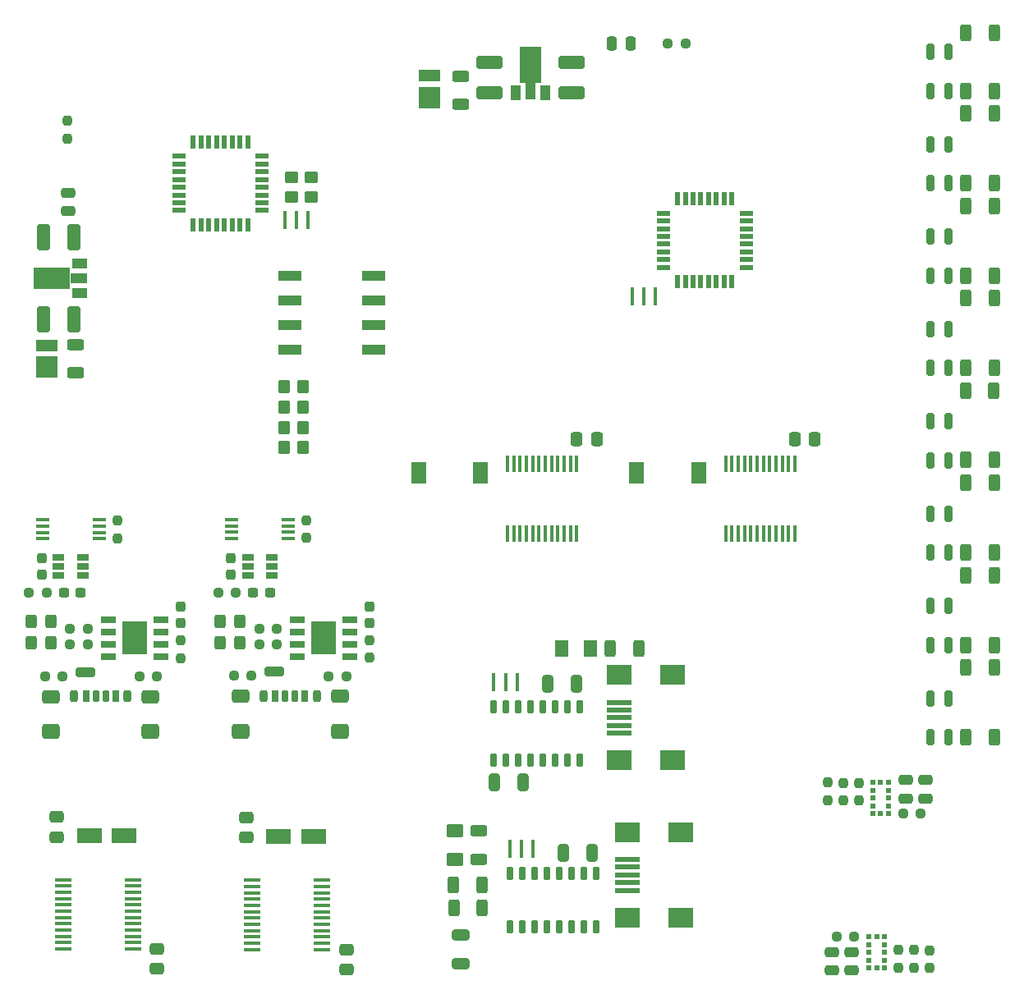
<source format=gbr>
%TF.GenerationSoftware,KiCad,Pcbnew,7.0.8*%
%TF.CreationDate,2024-03-05T23:25:32+02:00*%
%TF.ProjectId,JLC4_RoboChalangeBoards,4a4c4334-5f52-46f6-926f-4368616c616e,rev?*%
%TF.SameCoordinates,Original*%
%TF.FileFunction,Paste,Top*%
%TF.FilePolarity,Positive*%
%FSLAX46Y46*%
G04 Gerber Fmt 4.6, Leading zero omitted, Abs format (unit mm)*
G04 Created by KiCad (PCBNEW 7.0.8) date 2024-03-05 23:25:32*
%MOMM*%
%LPD*%
G01*
G04 APERTURE LIST*
G04 Aperture macros list*
%AMRoundRect*
0 Rectangle with rounded corners*
0 $1 Rounding radius*
0 $2 $3 $4 $5 $6 $7 $8 $9 X,Y pos of 4 corners*
0 Add a 4 corners polygon primitive as box body*
4,1,4,$2,$3,$4,$5,$6,$7,$8,$9,$2,$3,0*
0 Add four circle primitives for the rounded corners*
1,1,$1+$1,$2,$3*
1,1,$1+$1,$4,$5*
1,1,$1+$1,$6,$7*
1,1,$1+$1,$8,$9*
0 Add four rect primitives between the rounded corners*
20,1,$1+$1,$2,$3,$4,$5,0*
20,1,$1+$1,$4,$5,$6,$7,0*
20,1,$1+$1,$6,$7,$8,$9,0*
20,1,$1+$1,$8,$9,$2,$3,0*%
G04 Aperture macros list end*
%ADD10RoundRect,0.250000X-0.350000X-0.450000X0.350000X-0.450000X0.350000X0.450000X-0.350000X0.450000X0*%
%ADD11R,0.400000X1.900000*%
%ADD12RoundRect,0.250000X-0.750000X0.250000X-0.750000X-0.250000X0.750000X-0.250000X0.750000X0.250000X0*%
%ADD13R,1.750000X0.450000*%
%ADD14R,1.200000X0.650000*%
%ADD15RoundRect,0.250000X0.325000X0.450000X-0.325000X0.450000X-0.325000X-0.450000X0.325000X-0.450000X0*%
%ADD16R,0.508000X1.422400*%
%ADD17R,1.422400X0.508000*%
%ADD18RoundRect,0.250000X-0.450000X0.350000X-0.450000X-0.350000X0.450000X-0.350000X0.450000X0.350000X0*%
%ADD19RoundRect,0.250000X1.100000X-0.412500X1.100000X0.412500X-1.100000X0.412500X-1.100000X-0.412500X0*%
%ADD20RoundRect,0.250001X0.462499X0.624999X-0.462499X0.624999X-0.462499X-0.624999X0.462499X-0.624999X0*%
%ADD21RoundRect,0.250000X0.312500X0.625000X-0.312500X0.625000X-0.312500X-0.625000X0.312500X-0.625000X0*%
%ADD22RoundRect,0.250000X-0.625000X0.312500X-0.625000X-0.312500X0.625000X-0.312500X0.625000X0.312500X0*%
%ADD23R,1.000000X1.500000*%
%ADD24R,2.200000X3.700000*%
%ADD25R,1.000000X1.800000*%
%ADD26RoundRect,0.237500X-0.237500X0.250000X-0.237500X-0.250000X0.237500X-0.250000X0.237500X0.250000X0*%
%ADD27RoundRect,0.237500X0.237500X-0.250000X0.237500X0.250000X-0.237500X0.250000X-0.237500X-0.250000X0*%
%ADD28R,1.475000X0.450000*%
%ADD29RoundRect,0.250000X-0.312500X-0.625000X0.312500X-0.625000X0.312500X0.625000X-0.312500X0.625000X0*%
%ADD30RoundRect,0.250000X0.475000X-0.337500X0.475000X0.337500X-0.475000X0.337500X-0.475000X-0.337500X0*%
%ADD31RoundRect,0.237500X-0.250000X-0.237500X0.250000X-0.237500X0.250000X0.237500X-0.250000X0.237500X0*%
%ADD32RoundRect,0.250000X-0.325000X-0.650000X0.325000X-0.650000X0.325000X0.650000X-0.325000X0.650000X0*%
%ADD33RoundRect,0.250000X0.325000X0.650000X-0.325000X0.650000X-0.325000X-0.650000X0.325000X-0.650000X0*%
%ADD34R,1.500000X2.200000*%
%ADD35R,1.500000X1.000000*%
%ADD36R,3.700000X2.200000*%
%ADD37R,1.800000X1.000000*%
%ADD38RoundRect,0.250000X1.050000X0.550000X-1.050000X0.550000X-1.050000X-0.550000X1.050000X-0.550000X0*%
%ADD39RoundRect,0.250000X0.475000X-0.250000X0.475000X0.250000X-0.475000X0.250000X-0.475000X-0.250000X0*%
%ADD40R,2.200000X2.200000*%
%ADD41R,2.200000X1.250000*%
%ADD42RoundRect,0.237500X-0.300000X-0.237500X0.300000X-0.237500X0.300000X0.237500X-0.300000X0.237500X0*%
%ADD43R,2.500000X0.500000*%
%ADD44R,2.500000X2.000000*%
%ADD45RoundRect,0.250000X-0.250000X-0.475000X0.250000X-0.475000X0.250000X0.475000X-0.250000X0.475000X0*%
%ADD46RoundRect,0.250000X-0.337500X-0.475000X0.337500X-0.475000X0.337500X0.475000X-0.337500X0.475000X0*%
%ADD47R,2.440000X1.120000*%
%ADD48R,0.450000X1.750000*%
%ADD49RoundRect,0.250000X-0.475000X0.337500X-0.475000X-0.337500X0.475000X-0.337500X0.475000X0.337500X0*%
%ADD50RoundRect,0.250000X0.412500X1.100000X-0.412500X1.100000X-0.412500X-1.100000X0.412500X-1.100000X0*%
%ADD51RoundRect,0.197500X0.197500X0.632500X-0.197500X0.632500X-0.197500X-0.632500X0.197500X-0.632500X0*%
%ADD52RoundRect,0.049600X-0.260400X0.605400X-0.260400X-0.605400X0.260400X-0.605400X0.260400X0.605400X0*%
%ADD53RoundRect,0.250000X-0.475000X0.250000X-0.475000X-0.250000X0.475000X-0.250000X0.475000X0.250000X0*%
%ADD54RoundRect,0.250000X0.650000X-0.325000X0.650000X0.325000X-0.650000X0.325000X-0.650000X-0.325000X0*%
%ADD55RoundRect,0.237500X-0.237500X0.300000X-0.237500X-0.300000X0.237500X-0.300000X0.237500X0.300000X0*%
%ADD56RoundRect,0.250000X-0.412500X-1.100000X0.412500X-1.100000X0.412500X1.100000X-0.412500X1.100000X0*%
%ADD57RoundRect,0.175000X-0.175000X-0.425000X0.175000X-0.425000X0.175000X0.425000X-0.175000X0.425000X0*%
%ADD58RoundRect,0.190000X0.190000X0.410000X-0.190000X0.410000X-0.190000X-0.410000X0.190000X-0.410000X0*%
%ADD59RoundRect,0.200000X0.200000X0.400000X-0.200000X0.400000X-0.200000X-0.400000X0.200000X-0.400000X0*%
%ADD60RoundRect,0.175000X0.175000X0.425000X-0.175000X0.425000X-0.175000X-0.425000X0.175000X-0.425000X0*%
%ADD61RoundRect,0.190000X-0.190000X-0.410000X0.190000X-0.410000X0.190000X0.410000X-0.190000X0.410000X0*%
%ADD62RoundRect,0.200000X-0.200000X-0.400000X0.200000X-0.400000X0.200000X0.400000X-0.200000X0.400000X0*%
%ADD63RoundRect,0.250000X-0.650000X-0.425000X0.650000X-0.425000X0.650000X0.425000X-0.650000X0.425000X0*%
%ADD64RoundRect,0.250000X-0.650000X-0.500000X0.650000X-0.500000X0.650000X0.500000X-0.650000X0.500000X0*%
%ADD65R,1.525000X0.700000*%
%ADD66R,2.513000X3.402000*%
%ADD67RoundRect,0.237500X0.250000X0.237500X-0.250000X0.237500X-0.250000X-0.237500X0.250000X-0.237500X0*%
%ADD68RoundRect,0.250001X0.624999X-0.462499X0.624999X0.462499X-0.624999X0.462499X-0.624999X-0.462499X0*%
%ADD69R,0.500000X0.500000*%
%ADD70RoundRect,0.250000X0.625000X-0.312500X0.625000X0.312500X-0.625000X0.312500X-0.625000X-0.312500X0*%
G04 APERTURE END LIST*
D10*
%TO.C,R7*%
X67130000Y-96540000D03*
X69130000Y-96540000D03*
%TD*%
D11*
%TO.C,Y1*%
X103035000Y-80922800D03*
X104235000Y-80922800D03*
X105435000Y-80922800D03*
%TD*%
D12*
%TO.C,VCC*%
X46690000Y-119690000D03*
%TD*%
D13*
%TO.C,U2*%
X63897600Y-141166000D03*
X63897600Y-141816000D03*
X63897600Y-142466000D03*
X63897600Y-143116000D03*
X63897600Y-143766000D03*
X63897600Y-144416000D03*
X63897600Y-145066000D03*
X63897600Y-145716000D03*
X63897600Y-146366000D03*
X63897600Y-147016000D03*
X63897600Y-147666000D03*
X63897600Y-148316000D03*
X71097600Y-148316000D03*
X71097600Y-147666000D03*
X71097600Y-147016000D03*
X71097600Y-146366000D03*
X71097600Y-145716000D03*
X71097600Y-145066000D03*
X71097600Y-144416000D03*
X71097600Y-143766000D03*
X71097600Y-143116000D03*
X71097600Y-142466000D03*
X71097600Y-141816000D03*
X71097600Y-141166000D03*
%TD*%
D14*
%TO.C,U3*%
X46420000Y-109770000D03*
X46420000Y-108820000D03*
X46420000Y-107870000D03*
X43920000Y-107870000D03*
X43920000Y-108820000D03*
X43920000Y-109770000D03*
%TD*%
D15*
%TO.C,D1*%
X62620000Y-116680000D03*
X60570000Y-116680000D03*
%TD*%
D16*
%TO.C,U1*%
X57807201Y-73565000D03*
X58607199Y-73565000D03*
X59407200Y-73565000D03*
X60207201Y-73565000D03*
X61007199Y-73565000D03*
X61807200Y-73565000D03*
X62607199Y-73565000D03*
X63407199Y-73565000D03*
D17*
X64874400Y-72097799D03*
X64874400Y-71297801D03*
X64874400Y-70497800D03*
X64874400Y-69697799D03*
X64874400Y-68897801D03*
X64874400Y-68097800D03*
X64874400Y-67297801D03*
X64874400Y-66497801D03*
D16*
X63407199Y-65030600D03*
X62607201Y-65030600D03*
X61807200Y-65030600D03*
X61007199Y-65030600D03*
X60207201Y-65030600D03*
X59407200Y-65030600D03*
X58607201Y-65030600D03*
X57807201Y-65030600D03*
D17*
X56340000Y-66497801D03*
X56340000Y-67297799D03*
X56340000Y-68097800D03*
X56340000Y-68897801D03*
X56340000Y-69697799D03*
X56340000Y-70497800D03*
X56340000Y-71297799D03*
X56340000Y-72097799D03*
%TD*%
D15*
%TO.C,D2*%
X43122000Y-114515000D03*
X41072000Y-114515000D03*
%TD*%
D18*
%TO.C,R11*%
X67930000Y-68680000D03*
X67930000Y-70680000D03*
%TD*%
D15*
%TO.C,D2*%
X62620000Y-114500000D03*
X60570000Y-114500000D03*
%TD*%
D19*
%TO.C,C3*%
X88330000Y-59925000D03*
X88330000Y-56800000D03*
%TD*%
D20*
%TO.C,LED*%
X98762500Y-117265000D03*
X95787500Y-117265000D03*
%TD*%
D21*
%TO.C,R15*%
X140371250Y-119230000D03*
X137446250Y-119230000D03*
%TD*%
%TO.C,R7*%
X140371250Y-100155000D03*
X137446250Y-100155000D03*
%TD*%
D22*
%TO.C,R1*%
X45657800Y-85927200D03*
X45657800Y-88852200D03*
%TD*%
D23*
%TO.C,U2*%
X91060000Y-59940000D03*
D24*
X92560000Y-57040000D03*
D25*
X92560000Y-59790000D03*
D23*
X94060000Y-59940000D03*
%TD*%
D11*
%TO.C,Y1*%
X69640000Y-73080000D03*
X68440000Y-73080000D03*
X67240000Y-73080000D03*
%TD*%
D19*
%TO.C,C2*%
X96810000Y-59925000D03*
X96810000Y-56800000D03*
%TD*%
D11*
%TO.C,12MHz*%
X88795000Y-120745000D03*
X89995000Y-120745000D03*
X91195000Y-120745000D03*
%TD*%
D26*
%TO.C,R2*%
X126450000Y-131125000D03*
X126450000Y-132950000D03*
%TD*%
D27*
%TO.C,R20*%
X49990000Y-105892500D03*
X49990000Y-104067500D03*
%TD*%
D28*
%TO.C,U2*%
X61750000Y-103990000D03*
X61750000Y-104640000D03*
X61750000Y-105290000D03*
X61750000Y-105940000D03*
X67626000Y-105940000D03*
X67626000Y-105290000D03*
X67626000Y-104640000D03*
X67626000Y-103990000D03*
%TD*%
D29*
%TO.C,R2*%
X84637500Y-141655000D03*
X87562500Y-141655000D03*
%TD*%
D30*
%TO.C,C4*%
X43750000Y-136717500D03*
X43750000Y-134642500D03*
%TD*%
D31*
%TO.C,R1*%
X45109500Y-116865000D03*
X46934500Y-116865000D03*
%TD*%
D32*
%TO.C,C4*%
X95945000Y-138335000D03*
X98895000Y-138335000D03*
%TD*%
D33*
%TO.C,100nF*%
X97270000Y-120945000D03*
X94320000Y-120945000D03*
%TD*%
D18*
%TO.C,R12*%
X69940000Y-68680000D03*
X69940000Y-70680000D03*
%TD*%
D34*
%TO.C,L1*%
X81030000Y-99190000D03*
X87430000Y-99190000D03*
%TD*%
D31*
%TO.C,R4*%
X124117500Y-147010000D03*
X125942500Y-147010000D03*
%TD*%
D21*
%TO.C,R6*%
X140371250Y-69280000D03*
X137446250Y-69280000D03*
%TD*%
D35*
%TO.C,U2*%
X46128750Y-80590000D03*
D36*
X43228750Y-79090000D03*
D37*
X45978750Y-79090000D03*
D35*
X46128750Y-77590000D03*
%TD*%
D21*
%TO.C,R11*%
X140371250Y-109705000D03*
X137446250Y-109705000D03*
%TD*%
D29*
%TO.C,R3*%
X84657500Y-143985000D03*
X87582500Y-143985000D03*
%TD*%
D38*
%TO.C,C3*%
X70187600Y-136656000D03*
X66587600Y-136656000D03*
%TD*%
D39*
%TO.C,C3*%
X44895000Y-72140000D03*
X44895000Y-70240000D03*
%TD*%
D40*
%TO.C,D1*%
X82185000Y-60490000D03*
D41*
X82185000Y-58215000D03*
%TD*%
D31*
%TO.C,R2*%
X64607500Y-115230000D03*
X66432500Y-115230000D03*
%TD*%
D38*
%TO.C,C3*%
X50700000Y-136600000D03*
X47100000Y-136600000D03*
%TD*%
D31*
%TO.C,R1*%
X106727500Y-54890000D03*
X108552500Y-54890000D03*
%TD*%
D42*
%TO.C,C3*%
X63975500Y-111515000D03*
X65700500Y-111515000D03*
%TD*%
D43*
%TO.C,USB*%
X101720000Y-126020000D03*
X101720000Y-125220000D03*
X101720000Y-124420000D03*
X101720000Y-123620000D03*
X101720000Y-122820000D03*
D44*
X101720000Y-128820000D03*
X107220000Y-128820000D03*
X101720000Y-120020000D03*
X107220000Y-120020000D03*
%TD*%
D31*
%TO.C,R19*%
X40877500Y-111530000D03*
X42702500Y-111530000D03*
%TD*%
D45*
%TO.C,C6*%
X100965000Y-54910000D03*
X102865000Y-54910000D03*
%TD*%
D46*
%TO.C,C5*%
X97342500Y-95710000D03*
X99417500Y-95710000D03*
%TD*%
D14*
%TO.C,U3*%
X65918000Y-109755000D03*
X65918000Y-108805000D03*
X65918000Y-107855000D03*
X63418000Y-107855000D03*
X63418000Y-108805000D03*
X63418000Y-109755000D03*
%TD*%
D10*
%TO.C,R10*%
X67130000Y-90300000D03*
X69130000Y-90300000D03*
%TD*%
D47*
%TO.C,SW3*%
X67760000Y-78870000D03*
X67760000Y-81410000D03*
X67760000Y-83950000D03*
X67760000Y-86490000D03*
X76370000Y-86490000D03*
X76370000Y-83950000D03*
X76370000Y-81410000D03*
X76370000Y-78870000D03*
%TD*%
D48*
%TO.C,U2*%
X112686000Y-105380000D03*
X113336000Y-105380000D03*
X113986000Y-105380000D03*
X114636000Y-105380000D03*
X115286000Y-105380000D03*
X115936000Y-105380000D03*
X116586000Y-105380000D03*
X117236000Y-105380000D03*
X117886000Y-105380000D03*
X118536000Y-105380000D03*
X119186000Y-105380000D03*
X119836000Y-105380000D03*
X119836000Y-98180000D03*
X119186000Y-98180000D03*
X118536000Y-98180000D03*
X117886000Y-98180000D03*
X117236000Y-98180000D03*
X116586000Y-98180000D03*
X115936000Y-98180000D03*
X115286000Y-98180000D03*
X114636000Y-98180000D03*
X113986000Y-98180000D03*
X113336000Y-98180000D03*
X112686000Y-98180000D03*
%TD*%
D26*
%TO.C,R1*%
X124850000Y-131120000D03*
X124850000Y-132945000D03*
%TD*%
D29*
%TO.C,2.7K*%
X100782500Y-117245000D03*
X103707500Y-117245000D03*
%TD*%
D21*
%TO.C,R9*%
X140371250Y-116905000D03*
X137446250Y-116905000D03*
%TD*%
D27*
%TO.C,R3*%
X133710000Y-150212500D03*
X133710000Y-148387500D03*
%TD*%
D49*
%TO.C,C5*%
X54080000Y-148252500D03*
X54080000Y-150327500D03*
%TD*%
D10*
%TO.C,R9*%
X67130000Y-92380000D03*
X69130000Y-92380000D03*
%TD*%
D50*
%TO.C,C1*%
X45511250Y-74880000D03*
X42386250Y-74880000D03*
%TD*%
D15*
%TO.C,D1*%
X43122000Y-116695000D03*
X41072000Y-116695000D03*
%TD*%
D51*
%TO.C,U7*%
X135633750Y-122430000D03*
X135633750Y-126430000D03*
X133833750Y-122430000D03*
X133833750Y-126430000D03*
%TD*%
D52*
%TO.C,U2*%
X99332500Y-140487500D03*
X98062500Y-140487500D03*
X96792500Y-140487500D03*
X95522500Y-140487500D03*
X94252500Y-140487500D03*
X92982500Y-140487500D03*
X91712500Y-140487500D03*
X90442500Y-140487500D03*
X90442500Y-145987500D03*
X91712500Y-145987500D03*
X92982500Y-145987500D03*
X94252500Y-145987500D03*
X95522500Y-145987500D03*
X96792500Y-145987500D03*
X98062500Y-145987500D03*
X99332500Y-145987500D03*
%TD*%
D27*
%TO.C,R1*%
X132090000Y-150200000D03*
X132090000Y-148375000D03*
%TD*%
D49*
%TO.C,C5*%
X73567600Y-148308500D03*
X73567600Y-150383500D03*
%TD*%
D26*
%TO.C,R3*%
X123230000Y-131107500D03*
X123230000Y-132932500D03*
%TD*%
%TO.C,R2*%
X44800000Y-62857500D03*
X44800000Y-64682500D03*
%TD*%
D53*
%TO.C,C2*%
X123610000Y-148570000D03*
X123610000Y-150470000D03*
%TD*%
D54*
%TO.C,C6*%
X85350000Y-149790000D03*
X85350000Y-146840000D03*
%TD*%
D27*
%TO.C,R20*%
X69488000Y-105877500D03*
X69488000Y-104052500D03*
%TD*%
D55*
%TO.C,C2*%
X56470000Y-112927500D03*
X56470000Y-114652500D03*
%TD*%
D12*
%TO.C,VCC*%
X66188000Y-119675000D03*
%TD*%
D56*
%TO.C,C2*%
X42396250Y-83340000D03*
X45521250Y-83340000D03*
%TD*%
D21*
%TO.C,R10*%
X140371250Y-78805000D03*
X137446250Y-78805000D03*
%TD*%
D55*
%TO.C,C1*%
X42170000Y-107957500D03*
X42170000Y-109682500D03*
%TD*%
D48*
%TO.C,U2*%
X90200000Y-105380000D03*
X90850000Y-105380000D03*
X91500000Y-105380000D03*
X92150000Y-105380000D03*
X92800000Y-105380000D03*
X93450000Y-105380000D03*
X94100000Y-105380000D03*
X94750000Y-105380000D03*
X95400000Y-105380000D03*
X96050000Y-105380000D03*
X96700000Y-105380000D03*
X97350000Y-105380000D03*
X97350000Y-98180000D03*
X96700000Y-98180000D03*
X96050000Y-98180000D03*
X95400000Y-98180000D03*
X94750000Y-98180000D03*
X94100000Y-98180000D03*
X93450000Y-98180000D03*
X92800000Y-98180000D03*
X92150000Y-98180000D03*
X91500000Y-98180000D03*
X90850000Y-98180000D03*
X90200000Y-98180000D03*
%TD*%
D10*
%TO.C,R8*%
X67130000Y-94460000D03*
X69130000Y-94460000D03*
%TD*%
D52*
%TO.C,CH340G*%
X97667500Y-123297500D03*
X96397500Y-123297500D03*
X95127500Y-123297500D03*
X93857500Y-123297500D03*
X92587500Y-123297500D03*
X91317500Y-123297500D03*
X90047500Y-123297500D03*
X88777500Y-123297500D03*
X88777500Y-128797500D03*
X90047500Y-128797500D03*
X91317500Y-128797500D03*
X92587500Y-128797500D03*
X93857500Y-128797500D03*
X95127500Y-128797500D03*
X96397500Y-128797500D03*
X97667500Y-128797500D03*
%TD*%
D27*
%TO.C,R5*%
X75978000Y-118237500D03*
X75978000Y-116412500D03*
%TD*%
D21*
%TO.C,R12*%
X140371250Y-71605000D03*
X137446250Y-71605000D03*
%TD*%
D55*
%TO.C,C2*%
X75968000Y-112912500D03*
X75968000Y-114637500D03*
%TD*%
D39*
%TO.C,C1*%
X131240000Y-132760000D03*
X131240000Y-130860000D03*
%TD*%
D21*
%TO.C,R13*%
X140371250Y-126430000D03*
X137446250Y-126430000D03*
%TD*%
D57*
%TO.C,J1*%
X67278000Y-122165000D03*
D58*
X69298000Y-122165000D03*
D59*
X70528000Y-122165000D03*
D60*
X68278000Y-122165000D03*
D61*
X66258000Y-122165000D03*
D62*
X65028000Y-122165000D03*
D63*
X62653000Y-122220000D03*
D64*
X62653000Y-125800000D03*
D63*
X72903000Y-122220000D03*
D64*
X72903000Y-125800000D03*
%TD*%
D31*
%TO.C,R6*%
X52257500Y-120160000D03*
X54082500Y-120160000D03*
%TD*%
D21*
%TO.C,R3*%
X140358750Y-90655000D03*
X137433750Y-90655000D03*
%TD*%
D42*
%TO.C,C3*%
X44477500Y-111530000D03*
X46202500Y-111530000D03*
%TD*%
D21*
%TO.C,R4*%
X140371250Y-53730000D03*
X137446250Y-53730000D03*
%TD*%
D17*
%TO.C,U1*%
X106267800Y-72372801D03*
X106267800Y-73172799D03*
X106267800Y-73972800D03*
X106267800Y-74772801D03*
X106267800Y-75572799D03*
X106267800Y-76372800D03*
X106267800Y-77172799D03*
X106267800Y-77972799D03*
D16*
X107735001Y-79440000D03*
X108534999Y-79440000D03*
X109335000Y-79440000D03*
X110135001Y-79440000D03*
X110934999Y-79440000D03*
X111735000Y-79440000D03*
X112534999Y-79440000D03*
X113334999Y-79440000D03*
D17*
X114802200Y-77972799D03*
X114802200Y-77172801D03*
X114802200Y-76372800D03*
X114802200Y-75572799D03*
X114802200Y-74772801D03*
X114802200Y-73972800D03*
X114802200Y-73172801D03*
X114802200Y-72372801D03*
D16*
X113334999Y-70905600D03*
X112535001Y-70905600D03*
X111735000Y-70905600D03*
X110934999Y-70905600D03*
X110135001Y-70905600D03*
X109335000Y-70905600D03*
X108535001Y-70905600D03*
X107735001Y-70905600D03*
%TD*%
D51*
%TO.C,U1*%
X135633750Y-93855000D03*
X135633750Y-97855000D03*
X133833750Y-93855000D03*
X133833750Y-97855000D03*
%TD*%
D43*
%TO.C,J1*%
X102550000Y-142235000D03*
X102550000Y-141435000D03*
X102550000Y-140635000D03*
X102550000Y-139835000D03*
X102550000Y-139035000D03*
D44*
X102550000Y-145035000D03*
X108050000Y-145035000D03*
X102550000Y-136235000D03*
X108050000Y-136235000D03*
%TD*%
D28*
%TO.C,U2*%
X42252000Y-104005000D03*
X42252000Y-104655000D03*
X42252000Y-105305000D03*
X42252000Y-105955000D03*
X48128000Y-105955000D03*
X48128000Y-105305000D03*
X48128000Y-104655000D03*
X48128000Y-104005000D03*
%TD*%
D31*
%TO.C,R2*%
X45109500Y-115245000D03*
X46934500Y-115245000D03*
%TD*%
D11*
%TO.C,Y1*%
X92860000Y-137935000D03*
X91660000Y-137935000D03*
X90460000Y-137935000D03*
%TD*%
D51*
%TO.C,U4*%
X135633750Y-65280000D03*
X135633750Y-69280000D03*
X133833750Y-65280000D03*
X133833750Y-69280000D03*
%TD*%
%TO.C,U5*%
X135633750Y-112905000D03*
X135633750Y-116905000D03*
X133833750Y-112905000D03*
X133833750Y-116905000D03*
%TD*%
D65*
%TO.C,U1*%
X73972000Y-118095000D03*
X73972000Y-116825000D03*
X73972000Y-115555000D03*
X73972000Y-114285000D03*
X68548000Y-114285000D03*
X68548000Y-115555000D03*
X68548000Y-116825000D03*
X68548000Y-118095000D03*
D66*
X71260000Y-116190000D03*
%TD*%
D67*
%TO.C,R7*%
X44322500Y-120110000D03*
X42497500Y-120110000D03*
%TD*%
D53*
%TO.C,C1*%
X125700000Y-148560000D03*
X125700000Y-150460000D03*
%TD*%
D27*
%TO.C,R5*%
X56480000Y-118252500D03*
X56480000Y-116427500D03*
%TD*%
D33*
%TO.C,100nF*%
X91770000Y-131095000D03*
X88820000Y-131095000D03*
%TD*%
D21*
%TO.C,R5*%
X140371250Y-107380000D03*
X137446250Y-107380000D03*
%TD*%
%TO.C,R16*%
X140371250Y-81130000D03*
X137446250Y-81130000D03*
%TD*%
D30*
%TO.C,C4*%
X63237600Y-136773500D03*
X63237600Y-134698500D03*
%TD*%
D34*
%TO.C,L1*%
X103516000Y-99190000D03*
X109916000Y-99190000D03*
%TD*%
D21*
%TO.C,R14*%
X140371250Y-88330000D03*
X137446250Y-88330000D03*
%TD*%
D40*
%TO.C,D1*%
X42678750Y-88270000D03*
D41*
X42678750Y-85995000D03*
%TD*%
D27*
%TO.C,R2*%
X130490000Y-150195000D03*
X130490000Y-148370000D03*
%TD*%
D21*
%TO.C,R8*%
X140371250Y-62080000D03*
X137446250Y-62080000D03*
%TD*%
D51*
%TO.C,U6*%
X135633750Y-74805000D03*
X135633750Y-78805000D03*
X133833750Y-74805000D03*
X133833750Y-78805000D03*
%TD*%
D21*
%TO.C,R2*%
X140371250Y-59755000D03*
X137446250Y-59755000D03*
%TD*%
D55*
%TO.C,C1*%
X61668000Y-107942500D03*
X61668000Y-109667500D03*
%TD*%
D51*
%TO.C,U3*%
X135633750Y-103380000D03*
X135633750Y-107380000D03*
X133833750Y-103380000D03*
X133833750Y-107380000D03*
%TD*%
D46*
%TO.C,C5*%
X119828500Y-95710000D03*
X121903500Y-95710000D03*
%TD*%
D65*
%TO.C,U1*%
X54474000Y-118110000D03*
X54474000Y-116840000D03*
X54474000Y-115570000D03*
X54474000Y-114300000D03*
X49050000Y-114300000D03*
X49050000Y-115570000D03*
X49050000Y-116840000D03*
X49050000Y-118110000D03*
D66*
X51762000Y-116205000D03*
%TD*%
D31*
%TO.C,R1*%
X64607500Y-116850000D03*
X66432500Y-116850000D03*
%TD*%
D21*
%TO.C,R1*%
X140371250Y-97830000D03*
X137446250Y-97830000D03*
%TD*%
D57*
%TO.C,J1*%
X47780000Y-122180000D03*
D58*
X49800000Y-122180000D03*
D59*
X51030000Y-122180000D03*
D60*
X48780000Y-122180000D03*
D61*
X46760000Y-122180000D03*
D62*
X45530000Y-122180000D03*
D63*
X43155000Y-122235000D03*
D64*
X43155000Y-125815000D03*
D63*
X53405000Y-122235000D03*
D64*
X53405000Y-125815000D03*
%TD*%
D68*
%TO.C,D1*%
X84820000Y-139022500D03*
X84820000Y-136047500D03*
%TD*%
D13*
%TO.C,U2*%
X44410000Y-141110000D03*
X44410000Y-141760000D03*
X44410000Y-142410000D03*
X44410000Y-143060000D03*
X44410000Y-143710000D03*
X44410000Y-144360000D03*
X44410000Y-145010000D03*
X44410000Y-145660000D03*
X44410000Y-146310000D03*
X44410000Y-146960000D03*
X44410000Y-147610000D03*
X44410000Y-148260000D03*
X51610000Y-148260000D03*
X51610000Y-147610000D03*
X51610000Y-146960000D03*
X51610000Y-146310000D03*
X51610000Y-145660000D03*
X51610000Y-145010000D03*
X51610000Y-144360000D03*
X51610000Y-143710000D03*
X51610000Y-143060000D03*
X51610000Y-142410000D03*
X51610000Y-141760000D03*
X51610000Y-141110000D03*
%TD*%
D31*
%TO.C,R6*%
X71755500Y-120145000D03*
X73580500Y-120145000D03*
%TD*%
%TO.C,R19*%
X60375500Y-111515000D03*
X62200500Y-111515000D03*
%TD*%
D67*
%TO.C,R7*%
X63820500Y-120095000D03*
X61995500Y-120095000D03*
%TD*%
D51*
%TO.C,U2*%
X135633750Y-55755000D03*
X135633750Y-59755000D03*
X133833750Y-55755000D03*
X133833750Y-59755000D03*
%TD*%
D69*
%TO.C,U1*%
X127460000Y-150210000D03*
X127460000Y-149410000D03*
X127460000Y-148610000D03*
X127460000Y-147810000D03*
X127460000Y-147010000D03*
X128260000Y-147010000D03*
X129060000Y-147010000D03*
X129060000Y-147810000D03*
X129060000Y-148610000D03*
X129060000Y-149410000D03*
X129060000Y-150210000D03*
X128260000Y-150210000D03*
%TD*%
D39*
%TO.C,C2*%
X133330000Y-132750000D03*
X133330000Y-130850000D03*
%TD*%
D51*
%TO.C,U8*%
X135633750Y-84330000D03*
X135633750Y-88330000D03*
X133833750Y-84330000D03*
X133833750Y-88330000D03*
%TD*%
D22*
%TO.C,R2*%
X85385000Y-58227500D03*
X85385000Y-61152500D03*
%TD*%
D70*
%TO.C,R1*%
X87240000Y-139027500D03*
X87240000Y-136102500D03*
%TD*%
D69*
%TO.C,U1*%
X129480000Y-131110000D03*
X129480000Y-131910000D03*
X129480000Y-132710000D03*
X129480000Y-133510000D03*
X129480000Y-134310000D03*
X128680000Y-134310000D03*
X127880000Y-134310000D03*
X127880000Y-133510000D03*
X127880000Y-132710000D03*
X127880000Y-131910000D03*
X127880000Y-131110000D03*
X128680000Y-131110000D03*
%TD*%
D67*
%TO.C,R4*%
X132822500Y-134310000D03*
X130997500Y-134310000D03*
%TD*%
M02*

</source>
